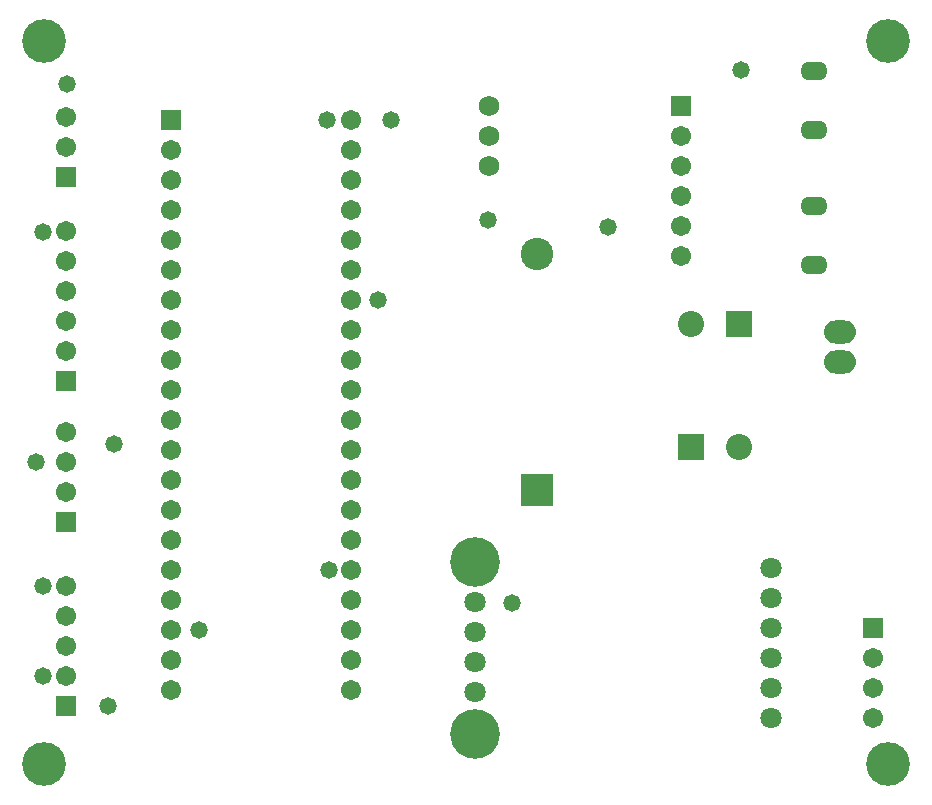
<source format=gts>
G04*
G04 #@! TF.GenerationSoftware,Altium Limited,Altium Designer,19.1.5 (86)*
G04*
G04 Layer_Color=8388736*
%FSLAX25Y25*%
%MOIN*%
G70*
G01*
G75*
%ADD16O,0.09068X0.06312*%
%ADD17R,0.06737X0.06737*%
%ADD18C,0.06737*%
%ADD19C,0.14580*%
%ADD20C,0.07099*%
%ADD21C,0.16548*%
%ADD22R,0.10800X0.10800*%
%ADD23C,0.10800*%
%ADD24C,0.06706*%
%ADD25R,0.06706X0.06706*%
%ADD26O,0.10642X0.07690*%
%ADD27C,0.06800*%
%ADD28C,0.08674*%
%ADD29R,0.08674X0.08674*%
%ADD30C,0.05800*%
D16*
X268500Y-21657D02*
D03*
Y-41342D02*
D03*
Y-86342D02*
D03*
Y-66657D02*
D03*
D17*
X54000Y-38000D02*
D03*
D18*
Y-48000D02*
D03*
Y-58000D02*
D03*
Y-68000D02*
D03*
Y-78000D02*
D03*
Y-88000D02*
D03*
Y-98000D02*
D03*
Y-108000D02*
D03*
Y-118000D02*
D03*
Y-128000D02*
D03*
Y-138000D02*
D03*
Y-148000D02*
D03*
Y-158000D02*
D03*
Y-168000D02*
D03*
Y-178000D02*
D03*
Y-188000D02*
D03*
Y-198000D02*
D03*
Y-208000D02*
D03*
Y-218000D02*
D03*
Y-228000D02*
D03*
X114000D02*
D03*
Y-218000D02*
D03*
Y-208000D02*
D03*
Y-198000D02*
D03*
Y-188000D02*
D03*
Y-178000D02*
D03*
Y-168000D02*
D03*
Y-158000D02*
D03*
Y-148000D02*
D03*
Y-138000D02*
D03*
Y-128000D02*
D03*
Y-118000D02*
D03*
Y-108000D02*
D03*
Y-98000D02*
D03*
Y-88000D02*
D03*
Y-78000D02*
D03*
Y-68000D02*
D03*
Y-58000D02*
D03*
Y-48000D02*
D03*
Y-38000D02*
D03*
D19*
X293189Y-11811D02*
D03*
Y-252689D02*
D03*
X11811Y-11811D02*
D03*
X11811Y-252689D02*
D03*
D20*
X155378Y-228839D02*
D03*
Y-218839D02*
D03*
Y-208839D02*
D03*
Y-198839D02*
D03*
X254000Y-237500D02*
D03*
Y-227500D02*
D03*
Y-217500D02*
D03*
Y-207500D02*
D03*
Y-197500D02*
D03*
Y-187500D02*
D03*
D21*
X155378Y-185531D02*
D03*
Y-242618D02*
D03*
D22*
X176000Y-161500D02*
D03*
D23*
Y-82760D02*
D03*
D24*
X19000Y-37000D02*
D03*
Y-47000D02*
D03*
Y-162000D02*
D03*
Y-152000D02*
D03*
Y-142000D02*
D03*
X288283Y-237500D02*
D03*
Y-227500D02*
D03*
Y-217500D02*
D03*
X19000Y-115000D02*
D03*
Y-105000D02*
D03*
Y-95000D02*
D03*
Y-85000D02*
D03*
Y-75000D02*
D03*
Y-193500D02*
D03*
Y-203500D02*
D03*
Y-213500D02*
D03*
Y-223500D02*
D03*
X224000Y-43500D02*
D03*
Y-53500D02*
D03*
Y-63500D02*
D03*
Y-73500D02*
D03*
Y-83500D02*
D03*
D25*
X19000Y-57000D02*
D03*
Y-172000D02*
D03*
X288283Y-207500D02*
D03*
X19000Y-125000D02*
D03*
Y-233500D02*
D03*
X224000Y-33500D02*
D03*
D26*
X277213Y-108579D02*
D03*
Y-118579D02*
D03*
D27*
X160000Y-53500D02*
D03*
Y-43500D02*
D03*
Y-33500D02*
D03*
D28*
X227500Y-105909D02*
D03*
X243500Y-147091D02*
D03*
D29*
X227500D02*
D03*
X243500Y-105909D02*
D03*
D30*
X106739Y-187871D02*
D03*
X244142Y-21335D02*
D03*
X199653Y-73697D02*
D03*
X159890Y-71335D02*
D03*
X167764Y-198894D02*
D03*
X123276Y-98106D02*
D03*
X35087Y-146138D02*
D03*
X11465Y-223500D02*
D03*
X33118Y-233500D02*
D03*
X11465Y-193382D02*
D03*
X9000Y-152043D02*
D03*
X11465Y-75272D02*
D03*
X105953Y-37870D02*
D03*
X63484Y-208000D02*
D03*
X127606Y-37870D02*
D03*
X19339Y-26059D02*
D03*
M02*

</source>
